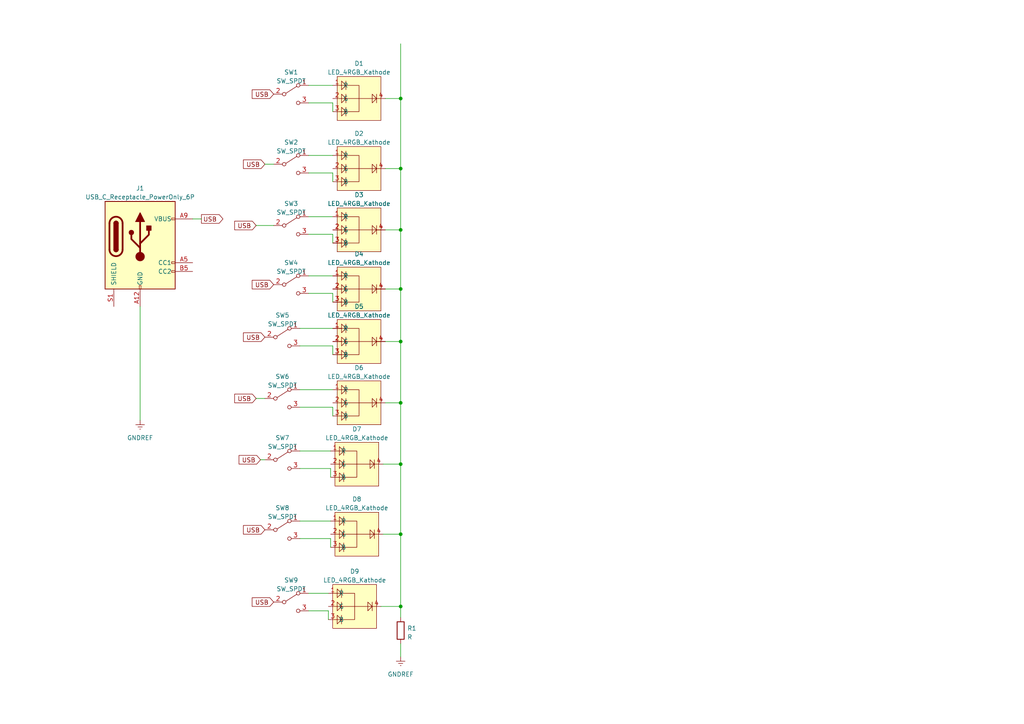
<source format=kicad_sch>
(kicad_sch (version 20230121) (generator eeschema)
  (paper "A4")
  (title_block (title "TicTacToe"))
  (lib_symbols
    (symbol "0_Custom:LED_4RGB_Kathode"
      (property "Reference" "D" (at 0 7.62 0))
      (property "Value" "LED_4RGB_Kathode" (at 0 12.7 0))
      (symbol "LED_4RGB_Kathode_0_1"
        (polyline (pts (xy -3.81 3.81) (xy 0 3.81) (xy 0 0) (xy -3.81 0) (xy 0 0) (xy 0 -3.81) (xy -3.81 -3.81)))
        (polyline (pts (xy -5.08 -3.81) (xy -5.08 -5.08) (xy -3.81 -3.81) (xy -5.08 -2.54) (xy -5.08 -3.81) (xy -3.81 -3.81) (xy -3.81 -5.08) (xy -3.81 -2.54) (xy -3.81 -3.81)))
        (polyline (pts (xy -5.08 0) (xy -5.08 -1.27) (xy -3.81 0) (xy -5.08 1.27) (xy -5.08 0) (xy -3.81 0) (xy -3.81 -1.27) (xy -3.81 1.27) (xy -3.81 0)))
        (polyline (pts (xy -5.08 3.81) (xy -5.08 2.54) (xy -3.81 3.81) (xy -5.08 5.08) (xy -5.08 3.81) (xy -3.81 3.81) (xy -3.81 2.54) (xy -3.81 5.08) (xy -3.81 3.81)))
        (polyline (pts (xy 0 0) (xy 3.81 0) (xy 3.81 1.27) (xy 5.08 0) (xy 3.81 -1.27) (xy 3.81 0) (xy 5.08 0) (xy 5.08 1.27) (xy 5.08 0) (xy 5.08 -1.27)))
      )
      (symbol "LED_4RGB_Kathode_1_1"
        (rectangle (start -6.35 6.35) (end 6.35 -6.35) (fill (type background)))
        (pin passive line (at -7.62 3.81 0) (length 2.54) (name "R") (number "1"))
        (pin passive line (at -7.62 0 0) (length 2.54) (name "G") (number "2"))
        (pin passive line (at -7.62 -3.81 0) (length 2.54) (name "B") (number "3"))
        (pin passive line (at 7.62 0 180) (length 2.54) (name "") (number "4"))
      )
    )
    (symbol "Connector:USB_C_Receptacle_PowerOnly_6P" (pin_names (offset 1.016))
      (property "Reference" "J" (at 0 16.51 0))
      (property "Value" "USB_C_Receptacle_PowerOnly_6P" (at 0 13.97 0))
      (symbol "USB_C_Receptacle_PowerOnly_6P_0_0"
        (rectangle (start -0.254 -12.7) (end 0.254 -11.684))
        (rectangle (start 10.16 -7.366) (end 9.144 -7.874))
        (rectangle (start 10.16 -4.826) (end 9.144 -5.334))
        (rectangle (start 10.16 7.874) (end 9.144 7.366))
      )
      (symbol "USB_C_Receptacle_PowerOnly_6P_0_1"
        (rectangle (start -10.16 12.7) (end 10.16 -12.7) (stroke (width 0.254)) (fill (type background)))
        (arc (start -8.89 -1.27) (mid -6.985 -3.1667) (end -5.08 -1.27) (stroke (width 0.508)))
        (arc (start -7.62 -1.27) (mid -6.985 -1.9023) (end -6.35 -1.27) (stroke (width 0.254)))
        (arc (start -7.62 -1.27) (mid -6.985 -1.9023) (end -6.35 -1.27) (stroke (width 0.254)) (fill (type outline)))
        (rectangle (start -7.62 -1.27) (end -6.35 6.35) (stroke (width 0.254)) (fill (type outline)))
        (arc (start -6.35 6.35) (mid -6.985 6.9823) (end -7.62 6.35) (stroke (width 0.254)))
        (arc (start -6.35 6.35) (mid -6.985 6.9823) (end -7.62 6.35) (stroke (width 0.254)) (fill (type outline)))
        (arc (start -5.08 6.35) (mid -6.985 8.2467) (end -8.89 6.35) (stroke (width 0.508)))
        (circle (center -2.54 3.683) (radius 0.635) (stroke (width 0.254)) (fill (type outline)))
        (circle (center 0 -3.302) (radius 1.27) (fill (type outline)))
        (polyline (pts (xy -8.89 -1.27) (xy -8.89 6.35)) (stroke (width 0.508)))
        (polyline (pts (xy -5.08 6.35) (xy -5.08 -1.27)) (stroke (width 0.508)))
        (polyline (pts (xy 0 -3.302) (xy 0 6.858)) (stroke (width 0.508)))
        (polyline (pts (xy 0 -0.762) (xy -2.54 1.778) (xy -2.54 3.048)) (stroke (width 0.508)))
        (polyline (pts (xy 0 0.508) (xy 2.54 3.048) (xy 2.54 4.318)) (stroke (width 0.508)))
        (polyline (pts (xy -1.27 6.858) (xy 0 9.398) (xy 1.27 6.858) (xy -1.27 6.858)) (stroke (width 0.254)) (fill (type outline)))
        (rectangle (start 1.905 4.318) (end 3.175 5.588) (stroke (width 0.254)) (fill (type outline)))
      )
      (symbol "USB_C_Receptacle_PowerOnly_6P_1_1"
        (pin passive line (at 0 -17.78 90) (length 5.08) (name "GND") (number "A12"))
        (pin bidirectional line (at 15.24 -5.08 180) (length 5.08) (name "CC1") (number "A5"))
        (pin passive line (at 15.24 7.62 180) (length 5.08) (name "VBUS") (number "A9"))
        (pin passive line (at 0 -17.78 90) (length 5.08) hide (name "GND") (number "B12"))
        (pin bidirectional line (at 15.24 -7.62 180) (length 5.08) (name "CC2") (number "B5"))
        (pin passive line (at 15.24 7.62 180) (length 5.08) hide (name "VBUS") (number "B9"))
        (pin passive line (at -7.62 -17.78 90) (length 5.08) (name "SHIELD") (number "S1"))
      )
    )
    (symbol "Device:R" (pin_numbers hide) (pin_names (offset 0))
      (property "Reference" "R" (at 2.032 0 90))
      (property "Value" "R" (at 0 0 90))
      (symbol "R_0_1"
        (rectangle (start -1.016 -2.54) (end 1.016 2.54) (stroke (width 0.254)))
      )
      (symbol "R_1_1"
        (pin passive line (at 0 3.81 270) (length 1.27) (name "~") (number "1"))
        (pin passive line (at 0 -3.81 90) (length 1.27) (name "~") (number "2"))
      )
    )
    (symbol "Switch:SW_SPDT" (pin_names (offset 0) hide)
      (property "Reference" "SW" (at 0 4.318 0))
      (property "Value" "SW_SPDT" (at 0 -5.08 0))
      (symbol "SW_SPDT_0_0"
        (circle (center -2.032 0) (radius 0.508))
        (circle (center 2.032 -2.54) (radius 0.508))
      )
      (symbol "SW_SPDT_0_1"
        (polyline (pts (xy -1.524 0.254) (xy 1.651 2.286)))
        (circle (center 2.032 2.54) (radius 0.508))
      )
      (symbol "SW_SPDT_1_1"
        (pin passive line (at 5.08 2.54 180) (length 2.54) (name "A") (number "1"))
        (pin passive line (at -5.08 0 0) (length 2.54) (name "B") (number "2"))
        (pin passive line (at 5.08 -2.54 180) (length 2.54) (name "C") (number "3"))
      )
    )
    (symbol "power:GNDREF" (power) (pin_names (offset 0))
      (property "Value" "GNDREF" (at 0 -3.81 0))
      (symbol "GNDREF_0_1"
        (polyline (pts (xy -0.635 -1.905) (xy 0.635 -1.905)))
        (polyline (pts (xy -0.127 -2.54) (xy 0.127 -2.54)))
        (polyline (pts (xy 0 -1.27) (xy 0 0)))
        (polyline (pts (xy 1.27 -1.27) (xy -1.27 -1.27)))
      )
      (symbol "GNDREF_1_1"
        (pin power_in line (at 0 0 270) (length 0) hide (name "GNDREF") (number "1"))
      )
    )
  )
  (junction (at 116.205 134.62))
  (junction (at 116.205 99.06))
  (junction (at 116.205 28.575))
  (junction (at 116.205 175.895))
  (junction (at 116.205 48.895))
  (junction (at 116.205 154.94))
  (junction (at 116.205 116.84))
  (junction (at 116.205 66.675))
  (junction (at 116.205 83.82))
  (wire (pts (xy 111.76 116.84) (xy 116.205 116.84)))
  (wire (pts (xy 86.995 118.11) (xy 96.52 118.11)))
  (wire (pts (xy 116.205 116.84) (xy 116.205 134.62)))
  (wire (pts (xy 111.76 99.06) (xy 116.205 99.06)))
  (wire (pts (xy 116.205 186.69) (xy 116.205 190.5)))
  (wire (pts (xy 55.88 63.5) (xy 58.42 63.5)))
  (wire (pts (xy 86.995 151.13) (xy 95.885 151.13)))
  (wire (pts (xy 116.205 83.82) (xy 116.205 99.06)))
  (wire (pts (xy 95.25 177.165) (xy 95.25 179.705)))
  (wire (pts (xy 116.205 134.62) (xy 116.205 154.94)))
  (wire (pts (xy 95.885 156.21) (xy 95.885 158.75)))
  (wire (pts (xy 76.835 133.35) (xy 75.565 133.35)))
  (wire (pts (xy 110.49 175.895) (xy 116.205 175.895)))
  (wire (pts (xy 116.205 48.895) (xy 116.205 66.675)))
  (wire (pts (xy 96.52 50.165) (xy 96.52 52.705)))
  (wire (pts (xy 89.535 29.845) (xy 96.52 29.845)))
  (wire (pts (xy 96.52 29.845) (xy 96.52 32.385)))
  (wire (pts (xy 116.205 66.675) (xy 116.205 83.82)))
  (wire (pts (xy 111.76 83.82) (xy 116.205 83.82)))
  (wire (pts (xy 86.995 95.25) (xy 96.52 95.25)))
  (wire (pts (xy 76.835 115.57) (xy 74.295 115.57)))
  (wire (pts (xy 86.995 130.81) (xy 95.885 130.81)))
  (wire (pts (xy 95.885 135.89) (xy 95.885 138.43)))
  (wire (pts (xy 89.535 62.865) (xy 96.52 62.865)))
  (wire (pts (xy 40.64 88.9) (xy 40.64 121.92)))
  (wire (pts (xy 89.535 177.165) (xy 95.25 177.165)))
  (wire (pts (xy 111.125 134.62) (xy 116.205 134.62)))
  (wire (pts (xy 111.76 66.675) (xy 116.205 66.675)))
  (wire (pts (xy 89.535 85.09) (xy 96.52 85.09)))
  (wire (pts (xy 116.205 175.895) (xy 116.205 179.07)))
  (wire (pts (xy 86.995 100.33) (xy 96.52 100.33)))
  (wire (pts (xy 111.76 48.895) (xy 116.205 48.895)))
  (wire (pts (xy 116.205 99.06) (xy 116.205 116.84)))
  (wire (pts (xy 96.52 100.33) (xy 96.52 102.87)))
  (wire (pts (xy 89.535 24.765) (xy 96.52 24.765)))
  (wire (pts (xy 76.835 47.625) (xy 79.375 47.625)))
  (wire (pts (xy 96.52 118.11) (xy 96.52 120.65)))
  (wire (pts (xy 74.295 65.405) (xy 79.375 65.405)))
  (wire (pts (xy 89.535 80.01) (xy 96.52 80.01)))
  (wire (pts (xy 89.535 50.165) (xy 96.52 50.165)))
  (wire (pts (xy 89.535 67.945) (xy 96.52 67.945)))
  (wire (pts (xy 86.995 135.89) (xy 95.885 135.89)))
  (wire (pts (xy 86.995 113.03) (xy 96.52 113.03)))
  (wire (pts (xy 116.205 28.575) (xy 116.205 48.895)))
  (wire (pts (xy 96.52 67.945) (xy 96.52 70.485)))
  (wire (pts (xy 89.535 45.085) (xy 96.52 45.085)))
  (wire (pts (xy 116.205 12.7) (xy 116.205 28.575)))
  (wire (pts (xy 89.535 172.085) (xy 95.25 172.085)))
  (wire (pts (xy 116.205 154.94) (xy 116.205 175.895)))
  (wire (pts (xy 86.995 156.21) (xy 95.885 156.21)))
  (wire (pts (xy 116.205 28.575) (xy 111.76 28.575)))
  (wire (pts (xy 111.125 154.94) (xy 116.205 154.94)))
  (wire (pts (xy 96.52 85.09) (xy 96.52 87.63)))
  (global_label "USB" (shape input) (at 74.295 65.405 180) (property "Intersheetrefs" "${INTERSHEET_REFS}" (effects hide)))
  (global_label "USB" (shape input) (at 79.375 27.305 180) (property "Intersheetrefs" "${INTERSHEET_REFS}" (effects hide)))
  (global_label "USB" (shape input) (at 76.835 47.625 180) (property "Intersheetrefs" "${INTERSHEET_REFS}" (effects hide)))
  (global_label "USB" (shape input) (at 76.835 153.67 180) (property "Intersheetrefs" "${INTERSHEET_REFS}" (effects hide)))
  (global_label "USB" (shape input) (at 76.835 97.79 180) (property "Intersheetrefs" "${INTERSHEET_REFS}" (effects hide)))
  (global_label "USB" (shape input) (at 75.565 133.35 180) (property "Intersheetrefs" "${INTERSHEET_REFS}" (effects hide)))
  (global_label "USB" (shape input) (at 79.375 174.625 180) (property "Intersheetrefs" "${INTERSHEET_REFS}" (effects hide)))
  (global_label "USB" (shape input) (at 79.375 82.55 180) (property "Intersheetrefs" "${INTERSHEET_REFS}" (effects hide)))
  (global_label "USB" (shape output) (at 58.42 63.5 0) (property "Intersheetrefs" "${INTERSHEET_REFS}" (effects hide)))
  (global_label "USB" (shape input) (at 74.295 115.57 180) (property "Intersheetrefs" "${INTERSHEET_REFS}" (effects hide)))
  (symbol (lib_id "Device:R") (at 116.205 182.88 0) (unit 1)
    (property "Reference" "R1" (at 118.11 182.245 0) (effects (justify left)))
    (property "Value" "R" (at 118.11 184.785 0) (effects (justify left)))
    (property "Footprint" "Resistor_THT:R_Axial_DIN0204_L3.6mm_D1.6mm_P5.08mm_Horizontal" (effects hide))
  )
  (symbol (lib_id "0_Custom:LED_4RGB_Kathode") (at 104.14 83.82 0) (unit 1)
    (property "Reference" "D4" (at 104.14 73.66 0))
    (property "Value" "LED_4RGB_Kathode" (at 104.14 76.2 0))
    (property "Footprint" "0_custom:LED_4RGB_Kathode" (effects hide))
  )
  (symbol (lib_id "Switch:SW_SPDT") (at 84.455 27.305 0) (unit 1)
    (property "Reference" "SW1" (at 84.455 20.955 0))
    (property "Value" "SW_SPDT" (at 84.455 23.495 0))
    (property "Footprint" "0_custom:Kippschalter_3P_3Pins" (effects hide))
  )
  (symbol (lib_id "Switch:SW_SPDT") (at 81.915 153.67 0) (unit 1)
    (property "Reference" "SW8" (at 81.915 147.32 0))
    (property "Value" "SW_SPDT" (at 81.915 149.86 0))
    (property "Footprint" "0_custom:Kippschalter_3P_3Pins" (effects hide))
  )
  (symbol (lib_id "0_Custom:LED_4RGB_Kathode") (at 104.14 99.06 0) (unit 1)
    (property "Reference" "D5" (at 104.14 88.9 0))
    (property "Value" "LED_4RGB_Kathode" (at 104.14 91.44 0))
    (property "Footprint" "0_custom:LED_4RGB_Kathode" (effects hide))
  )
  (symbol (lib_id "0_Custom:LED_4RGB_Kathode") (at 103.505 154.94 0) (unit 1)
    (property "Reference" "D8" (at 103.505 144.78 0))
    (property "Value" "LED_4RGB_Kathode" (at 103.505 147.32 0))
    (property "Footprint" "0_custom:LED_4RGB_Kathode" (effects hide))
  )
  (symbol (lib_id "Switch:SW_SPDT") (at 84.455 82.55 0) (unit 1)
    (property "Reference" "SW4" (at 84.455 76.2 0))
    (property "Value" "SW_SPDT" (at 84.455 78.74 0))
    (property "Footprint" "0_custom:Kippschalter_3P_3Pins" (effects hide))
  )
  (symbol (lib_id "Switch:SW_SPDT") (at 84.455 47.625 0) (unit 1)
    (property "Reference" "SW2" (at 84.455 41.275 0))
    (property "Value" "SW_SPDT" (at 84.455 43.815 0))
    (property "Footprint" "0_custom:Kippschalter_3P_3Pins" (effects hide))
  )
  (symbol (lib_id "0_Custom:LED_4RGB_Kathode") (at 103.505 134.62 0) (unit 1)
    (property "Reference" "D7" (at 103.505 124.46 0))
    (property "Value" "LED_4RGB_Kathode" (at 103.505 127 0))
    (property "Footprint" "0_custom:LED_4RGB_Kathode" (effects hide))
  )
  (symbol (lib_id "0_Custom:LED_4RGB_Kathode") (at 104.14 28.575 0) (unit 1)
    (property "Reference" "D1" (at 104.14 18.415 0))
    (property "Value" "LED_4RGB_Kathode" (at 104.14 20.955 0))
    (property "Footprint" "0_custom:LED_4RGB_Kathode" (effects hide))
  )
  (symbol (lib_id "power:GNDREF") (at 116.205 190.5 0) (unit 1)
    (property "Reference" "#PWR02" (effects hide))
    (property "Value" "GNDREF" (at 116.205 195.58 0))
  )
  (symbol (lib_id "0_Custom:LED_4RGB_Kathode") (at 102.87 175.895 0) (unit 1)
    (property "Reference" "D9" (at 102.87 165.735 0))
    (property "Value" "LED_4RGB_Kathode" (at 102.87 168.275 0))
    (property "Footprint" "0_custom:LED_4RGB_Kathode" (effects hide))
  )
  (symbol (lib_id "Switch:SW_SPDT") (at 81.915 115.57 0) (unit 1)
    (property "Reference" "SW6" (at 81.915 109.22 0))
    (property "Value" "SW_SPDT" (at 81.915 111.76 0))
    (property "Footprint" "0_custom:Kippschalter_3P_3Pins" (effects hide))
  )
  (symbol (lib_id "Switch:SW_SPDT") (at 84.455 65.405 0) (unit 1)
    (property "Reference" "SW3" (at 84.455 59.055 0))
    (property "Value" "SW_SPDT" (at 84.455 61.595 0))
    (property "Footprint" "0_custom:Kippschalter_3P_3Pins" (effects hide))
  )
  (symbol (lib_id "0_Custom:LED_4RGB_Kathode") (at 104.14 116.84 0) (unit 1)
    (property "Reference" "D6" (at 104.14 106.68 0))
    (property "Value" "LED_4RGB_Kathode" (at 104.14 109.22 0))
    (property "Footprint" "0_custom:LED_4RGB_Kathode" (effects hide))
  )
  (symbol (lib_id "Switch:SW_SPDT") (at 81.915 133.35 0) (unit 1)
    (property "Reference" "SW7" (at 81.915 127 0))
    (property "Value" "SW_SPDT" (at 81.915 129.54 0))
    (property "Footprint" "0_custom:Kippschalter_3P_3Pins" (effects hide))
  )
  (symbol (lib_id "Switch:SW_SPDT") (at 81.915 97.79 0) (unit 1)
    (property "Reference" "SW5" (at 81.915 91.44 0))
    (property "Value" "SW_SPDT" (at 81.915 93.98 0))
    (property "Footprint" "0_custom:Kippschalter_3P_3Pins" (effects hide))
  )
  (symbol (lib_id "0_Custom:LED_4RGB_Kathode") (at 104.14 48.895 0) (unit 1)
    (property "Reference" "D2" (at 104.14 38.735 0))
    (property "Value" "LED_4RGB_Kathode" (at 104.14 41.275 0))
    (property "Footprint" "0_custom:LED_4RGB_Kathode" (effects hide))
  )
  (symbol (lib_id "power:GNDREF") (at 40.64 121.92 0) (unit 1)
    (property "Reference" "#PWR01" (effects hide))
    (property "Value" "GNDREF" (at 40.64 127 0))
  )
  (symbol (lib_id "0_Custom:LED_4RGB_Kathode") (at 104.14 66.675 0) (unit 1)
    (property "Reference" "D3" (at 104.14 56.515 0))
    (property "Value" "LED_4RGB_Kathode" (at 104.14 59.055 0))
    (property "Footprint" "0_custom:LED_4RGB_Kathode" (effects hide))
  )
  (symbol (lib_id "Connector:USB_C_Receptacle_PowerOnly_6P") (at 40.64 71.12 0) (unit 1)
    (property "Reference" "J1" (at 40.64 54.61 0))
    (property "Value" "USB_C_Receptacle_PowerOnly_6P" (at 40.64 57.15 0))
    (property "Footprint" "0_custom:USB_C_6P_PowerOnly" (effects hide))
    (property "Datasheet" "https://www.usb.org/sites/default/files/documents/usb_type-c.zip" (effects hide))
  )
  (symbol (lib_id "Switch:SW_SPDT") (at 84.455 174.625 0) (unit 1)
    (property "Reference" "SW9" (at 84.455 168.275 0))
    (property "Value" "SW_SPDT" (at 84.455 170.815 0))
    (property "Footprint" "0_custom:Kippschalter_3P_3Pins" (effects hide))
  )
)
</source>
